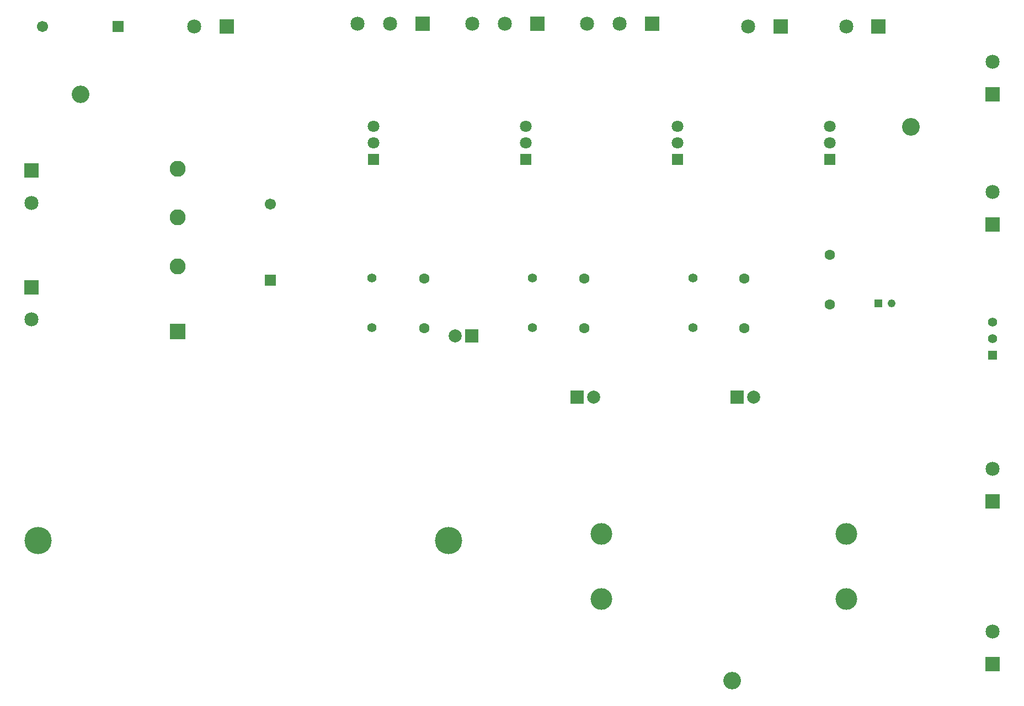
<source format=gbs>
G04*
G04 #@! TF.GenerationSoftware,Altium Limited,Altium Designer,22.8.2 (66)*
G04*
G04 Layer_Color=16711935*
%FSLAX23Y23*%
%MOIN*%
G70*
G04*
G04 #@! TF.SameCoordinates,8AE226B6-A41B-4233-8507-6C7F5843907F*
G04*
G04*
G04 #@! TF.FilePolarity,Negative*
G04*
G01*
G75*
%ADD15C,0.165*%
%ADD16C,0.131*%
%ADD17O,0.107X0.105*%
%ADD18O,0.107X0.107*%
%ADD19C,0.063*%
%ADD20C,0.071*%
%ADD21R,0.071X0.071*%
%ADD22C,0.079*%
%ADD23R,0.079X0.079*%
%ADD24C,0.055*%
%ADD25R,0.085X0.085*%
%ADD26C,0.085*%
%ADD27R,0.085X0.085*%
%ADD28C,0.067*%
%ADD29R,0.067X0.067*%
%ADD30C,0.097*%
%ADD31R,0.097X0.097*%
%ADD32R,0.067X0.067*%
%ADD33R,0.055X0.055*%
%ADD34R,0.049X0.049*%
%ADD35C,0.049*%
D15*
X2815Y1240D02*
D03*
X335D02*
D03*
D16*
X3740Y1280D02*
D03*
Y886D02*
D03*
X5217Y1280D02*
D03*
Y886D02*
D03*
D17*
X4528Y394D02*
D03*
X591Y3937D02*
D03*
D18*
X5610Y3740D02*
D03*
D19*
X3635Y2523D02*
D03*
Y2823D02*
D03*
X2667Y2523D02*
D03*
Y2823D02*
D03*
X4602Y2523D02*
D03*
Y2823D02*
D03*
X5118Y2668D02*
D03*
Y2968D02*
D03*
D20*
X4199Y3743D02*
D03*
Y3643D02*
D03*
X3281Y3743D02*
D03*
Y3643D02*
D03*
X2362Y3743D02*
D03*
Y3643D02*
D03*
X5118Y3742D02*
D03*
Y3642D02*
D03*
D21*
X4199Y3543D02*
D03*
X3281D02*
D03*
X2362D02*
D03*
X5118Y3542D02*
D03*
D22*
X3692Y2108D02*
D03*
X4660D02*
D03*
X2854Y2476D02*
D03*
D23*
X3592Y2108D02*
D03*
X4560D02*
D03*
X2954Y2476D02*
D03*
D24*
X4292Y2528D02*
D03*
Y2828D02*
D03*
X3322Y2528D02*
D03*
Y2828D02*
D03*
X2352Y2528D02*
D03*
Y2828D02*
D03*
X6102Y2459D02*
D03*
Y2559D02*
D03*
D25*
X5413Y4346D02*
D03*
X4823D02*
D03*
X1476D02*
D03*
X4044Y4364D02*
D03*
X3351D02*
D03*
X2657D02*
D03*
D26*
X5217Y4346D02*
D03*
X4626D02*
D03*
X6102Y1673D02*
D03*
Y689D02*
D03*
Y3346D02*
D03*
X295Y2575D02*
D03*
Y3280D02*
D03*
X1280Y4346D02*
D03*
X3651Y4364D02*
D03*
X3847D02*
D03*
X2957D02*
D03*
X3154D02*
D03*
X2264D02*
D03*
X2461D02*
D03*
X6102Y4134D02*
D03*
D27*
Y1476D02*
D03*
Y492D02*
D03*
Y3150D02*
D03*
X295Y2771D02*
D03*
Y3476D02*
D03*
X6102Y3937D02*
D03*
D28*
X1738Y3272D02*
D03*
X361Y4346D02*
D03*
D29*
X1738Y2814D02*
D03*
D30*
X1178Y3488D02*
D03*
Y3193D02*
D03*
Y2898D02*
D03*
D31*
Y2504D02*
D03*
D32*
X820Y4346D02*
D03*
D33*
X6102Y2359D02*
D03*
D34*
X5413Y2673D02*
D03*
D35*
X5492D02*
D03*
M02*

</source>
